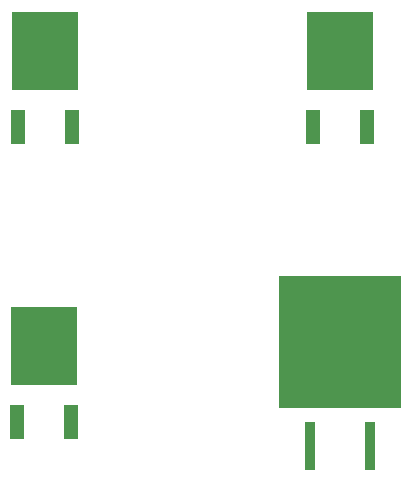
<source format=gtp>
%FSTAX23Y23*%
%MOIN*%
%SFA1B1*%

%IPPOS*%
%ADD12R,0.409450X0.440940*%
%ADD13R,0.037400X0.161420*%
%ADD14R,0.222440X0.263780*%
%ADD15R,0.047240X0.116140*%
%LNalu_test-1*%
%LPD*%
G54D12*
X04887Y02626D03*
G54D13*
X04987Y02278D03*
X04787D03*
G54D14*
X039Y02612D03*
X04887Y03596D03*
X03905D03*
G54D15*
X0399Y02358D03*
X0381D03*
X04977Y03342D03*
X04797D03*
X03995D03*
X03815D03*
M02*
</source>
